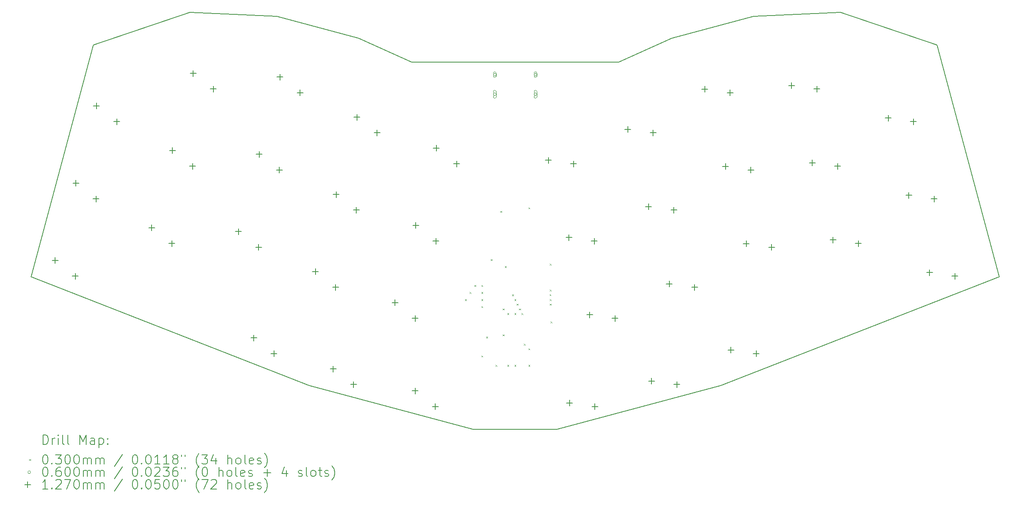
<source format=gbr>
%TF.GenerationSoftware,KiCad,Pcbnew,8.0.6+1*%
%TF.CreationDate,2024-11-03T11:28:58+01:00*%
%TF.ProjectId,keymini,6b65796d-696e-4692-9e6b-696361645f70,rev?*%
%TF.SameCoordinates,Original*%
%TF.FileFunction,Drillmap*%
%TF.FilePolarity,Positive*%
%FSLAX45Y45*%
G04 Gerber Fmt 4.5, Leading zero omitted, Abs format (unit mm)*
G04 Created by KiCad (PCBNEW 8.0.6+1) date 2024-11-03 11:28:58*
%MOMM*%
%LPD*%
G01*
G04 APERTURE LIST*
%ADD10C,0.200000*%
%ADD11C,0.100000*%
%ADD12C,0.127000*%
G04 APERTURE END LIST*
D10*
X9939290Y-2022820D02*
X8097100Y-1943320D01*
X25272100Y-7562770D02*
X23952150Y-2636560D01*
X21902900Y-1943320D02*
X20060710Y-2022820D01*
X15890636Y-10801230D02*
X19367970Y-9869480D01*
X23952150Y-2636560D02*
X21902900Y-1943320D01*
X11677960Y-2488700D02*
X9939290Y-2022820D01*
X4727900Y-7562770D02*
X10632030Y-9869480D01*
X8097100Y-1943320D02*
X6047850Y-2636560D01*
X17198130Y-3000000D02*
X12801870Y-3000000D01*
X6047850Y-2636560D02*
X4727900Y-7562770D01*
X10632030Y-9869480D02*
X14109364Y-10801230D01*
X18322040Y-2488700D02*
X17198130Y-3000000D01*
X14109364Y-10801230D02*
X15890636Y-10801230D01*
X20060710Y-2022820D02*
X18322040Y-2488700D01*
X19367970Y-9869480D02*
X25272100Y-7562770D01*
X12801870Y-3000000D02*
X11677960Y-2488700D01*
D11*
X13935000Y-8035000D02*
X13965000Y-8065000D01*
X13965000Y-8035000D02*
X13935000Y-8065000D01*
X14035000Y-7885000D02*
X14065000Y-7915000D01*
X14065000Y-7885000D02*
X14035000Y-7915000D01*
X14135000Y-7735000D02*
X14165000Y-7765000D01*
X14165000Y-7735000D02*
X14135000Y-7765000D01*
X14285000Y-7735000D02*
X14315000Y-7765000D01*
X14315000Y-7735000D02*
X14285000Y-7765000D01*
X14285000Y-7885000D02*
X14315000Y-7915000D01*
X14315000Y-7885000D02*
X14285000Y-7915000D01*
X14285000Y-8035000D02*
X14315000Y-8065000D01*
X14315000Y-8035000D02*
X14285000Y-8065000D01*
X14285000Y-8185000D02*
X14315000Y-8215000D01*
X14315000Y-8185000D02*
X14285000Y-8215000D01*
X14285000Y-9235000D02*
X14315000Y-9265000D01*
X14315000Y-9235000D02*
X14285000Y-9265000D01*
X14385000Y-8835000D02*
X14415000Y-8865000D01*
X14415000Y-8835000D02*
X14385000Y-8865000D01*
X14485000Y-7185000D02*
X14515000Y-7215000D01*
X14515000Y-7185000D02*
X14485000Y-7215000D01*
X14585000Y-9435000D02*
X14615000Y-9465000D01*
X14615000Y-9435000D02*
X14585000Y-9465000D01*
X14685000Y-6160000D02*
X14715000Y-6190000D01*
X14715000Y-6160000D02*
X14685000Y-6190000D01*
X14735000Y-8235000D02*
X14765000Y-8265000D01*
X14765000Y-8235000D02*
X14735000Y-8265000D01*
X14735000Y-8785000D02*
X14765000Y-8815000D01*
X14765000Y-8785000D02*
X14735000Y-8815000D01*
X14785000Y-7335000D02*
X14815000Y-7365000D01*
X14815000Y-7335000D02*
X14785000Y-7365000D01*
X14835000Y-8335000D02*
X14865000Y-8365000D01*
X14865000Y-8335000D02*
X14835000Y-8365000D01*
X14835000Y-9435000D02*
X14865000Y-9465000D01*
X14865000Y-9435000D02*
X14835000Y-9465000D01*
X14935000Y-7935000D02*
X14965000Y-7965000D01*
X14965000Y-7935000D02*
X14935000Y-7965000D01*
X14985000Y-8035000D02*
X15015000Y-8065000D01*
X15015000Y-8035000D02*
X14985000Y-8065000D01*
X14985000Y-8335000D02*
X15015000Y-8365000D01*
X15015000Y-8335000D02*
X14985000Y-8365000D01*
X14985000Y-9435000D02*
X15015000Y-9465000D01*
X15015000Y-9435000D02*
X14985000Y-9465000D01*
X15035000Y-8135000D02*
X15065000Y-8165000D01*
X15065000Y-8135000D02*
X15035000Y-8165000D01*
X15085000Y-8235000D02*
X15115000Y-8265000D01*
X15115000Y-8235000D02*
X15085000Y-8265000D01*
X15135000Y-8335000D02*
X15165000Y-8365000D01*
X15165000Y-8335000D02*
X15135000Y-8365000D01*
X15185000Y-8985000D02*
X15215000Y-9015000D01*
X15215000Y-8985000D02*
X15185000Y-9015000D01*
X15282500Y-9082500D02*
X15312500Y-9112500D01*
X15312500Y-9082500D02*
X15282500Y-9112500D01*
X15285000Y-6085000D02*
X15315000Y-6115000D01*
X15315000Y-6085000D02*
X15285000Y-6115000D01*
X15285000Y-9435000D02*
X15315000Y-9465000D01*
X15315000Y-9435000D02*
X15285000Y-9465000D01*
X15733139Y-7933139D02*
X15763139Y-7963139D01*
X15763139Y-7933139D02*
X15733139Y-7963139D01*
X15735000Y-7285000D02*
X15765000Y-7315000D01*
X15765000Y-7285000D02*
X15735000Y-7315000D01*
X15735000Y-7835000D02*
X15765000Y-7865000D01*
X15765000Y-7835000D02*
X15735000Y-7865000D01*
X15735000Y-8035000D02*
X15765000Y-8065000D01*
X15765000Y-8035000D02*
X15735000Y-8065000D01*
X15735000Y-8135000D02*
X15765000Y-8165000D01*
X15765000Y-8135000D02*
X15735000Y-8165000D01*
X15751278Y-8510000D02*
X15781278Y-8540000D01*
X15781278Y-8510000D02*
X15751278Y-8540000D01*
X14598000Y-3262500D02*
G75*
G02*
X14538000Y-3262500I-30000J0D01*
G01*
X14538000Y-3262500D02*
G75*
G02*
X14598000Y-3262500I30000J0D01*
G01*
X14598000Y-3292500D02*
X14598000Y-3232500D01*
X14538000Y-3232500D02*
G75*
G02*
X14598000Y-3232500I30000J0D01*
G01*
X14538000Y-3232500D02*
X14538000Y-3292500D01*
X14538000Y-3292500D02*
G75*
G03*
X14598000Y-3292500I30000J0D01*
G01*
X14598000Y-3680500D02*
G75*
G02*
X14538000Y-3680500I-30000J0D01*
G01*
X14538000Y-3680500D02*
G75*
G02*
X14598000Y-3680500I30000J0D01*
G01*
X14598000Y-3735500D02*
X14598000Y-3625500D01*
X14538000Y-3625500D02*
G75*
G02*
X14598000Y-3625500I30000J0D01*
G01*
X14538000Y-3625500D02*
X14538000Y-3735500D01*
X14538000Y-3735500D02*
G75*
G03*
X14598000Y-3735500I30000J0D01*
G01*
X15462000Y-3262500D02*
G75*
G02*
X15402000Y-3262500I-30000J0D01*
G01*
X15402000Y-3262500D02*
G75*
G02*
X15462000Y-3262500I30000J0D01*
G01*
X15462000Y-3292500D02*
X15462000Y-3232500D01*
X15402000Y-3232500D02*
G75*
G02*
X15462000Y-3232500I30000J0D01*
G01*
X15402000Y-3232500D02*
X15402000Y-3292500D01*
X15402000Y-3292500D02*
G75*
G03*
X15462000Y-3292500I30000J0D01*
G01*
X15462000Y-3680500D02*
G75*
G02*
X15402000Y-3680500I-30000J0D01*
G01*
X15402000Y-3680500D02*
G75*
G02*
X15462000Y-3680500I30000J0D01*
G01*
X15462000Y-3735500D02*
X15462000Y-3625500D01*
X15402000Y-3625500D02*
G75*
G02*
X15462000Y-3625500I30000J0D01*
G01*
X15402000Y-3625500D02*
X15402000Y-3735500D01*
X15402000Y-3735500D02*
G75*
G03*
X15462000Y-3735500I30000J0D01*
G01*
D12*
X5235886Y-7148842D02*
X5235886Y-7275842D01*
X5172386Y-7212342D02*
X5299386Y-7212342D01*
X5664497Y-7481096D02*
X5664497Y-7608096D01*
X5600997Y-7544596D02*
X5727997Y-7544596D01*
X5675886Y-5506742D02*
X5675886Y-5633742D01*
X5612386Y-5570242D02*
X5739386Y-5570242D01*
X6104497Y-5838996D02*
X6104497Y-5965996D01*
X6040997Y-5902496D02*
X6167997Y-5902496D01*
X6115886Y-3864642D02*
X6115886Y-3991642D01*
X6052386Y-3928142D02*
X6179386Y-3928142D01*
X6544497Y-4196896D02*
X6544497Y-4323896D01*
X6480997Y-4260396D02*
X6607997Y-4260396D01*
X7285186Y-6455542D02*
X7285186Y-6582542D01*
X7221686Y-6519042D02*
X7348686Y-6519042D01*
X7713797Y-6787796D02*
X7713797Y-6914796D01*
X7650297Y-6851296D02*
X7777297Y-6851296D01*
X7725086Y-4813542D02*
X7725086Y-4940542D01*
X7661586Y-4877042D02*
X7788586Y-4877042D01*
X8153697Y-5145796D02*
X8153697Y-5272796D01*
X8090197Y-5209296D02*
X8217197Y-5209296D01*
X8165086Y-3171442D02*
X8165086Y-3298442D01*
X8101586Y-3234942D02*
X8228586Y-3234942D01*
X8593697Y-3503696D02*
X8593697Y-3630696D01*
X8530197Y-3567196D02*
X8657197Y-3567196D01*
X9127286Y-6535042D02*
X9127286Y-6662042D01*
X9063786Y-6598542D02*
X9190786Y-6598542D01*
X9453186Y-8796442D02*
X9453186Y-8923442D01*
X9389686Y-8859942D02*
X9516686Y-8859942D01*
X9555897Y-6867296D02*
X9555897Y-6994296D01*
X9492397Y-6930796D02*
X9619397Y-6930796D01*
X9567286Y-4893042D02*
X9567286Y-5020042D01*
X9503786Y-4956542D02*
X9630786Y-4956542D01*
X9881797Y-9128696D02*
X9881797Y-9255696D01*
X9818297Y-9192196D02*
X9945297Y-9192196D01*
X9995897Y-5225296D02*
X9995897Y-5352296D01*
X9932397Y-5288796D02*
X10059397Y-5288796D01*
X10007286Y-3250942D02*
X10007286Y-3377942D01*
X9943786Y-3314442D02*
X10070786Y-3314442D01*
X10435897Y-3583196D02*
X10435897Y-3710196D01*
X10372397Y-3646696D02*
X10499397Y-3646696D01*
X10762486Y-7387342D02*
X10762486Y-7514342D01*
X10698986Y-7450842D02*
X10825986Y-7450842D01*
X11140086Y-9455542D02*
X11140086Y-9582542D01*
X11076586Y-9519042D02*
X11203586Y-9519042D01*
X11191097Y-7719596D02*
X11191097Y-7846596D01*
X11127597Y-7783096D02*
X11254597Y-7783096D01*
X11202486Y-5745242D02*
X11202486Y-5872242D01*
X11138986Y-5808742D02*
X11265986Y-5808742D01*
X11568697Y-9787796D02*
X11568697Y-9914796D01*
X11505197Y-9851296D02*
X11632197Y-9851296D01*
X11631097Y-6077496D02*
X11631097Y-6204496D01*
X11567597Y-6140996D02*
X11694597Y-6140996D01*
X11642486Y-4103142D02*
X11642486Y-4230142D01*
X11578986Y-4166642D02*
X11705986Y-4166642D01*
X12071097Y-4435396D02*
X12071097Y-4562396D01*
X12007597Y-4498896D02*
X12134597Y-4498896D01*
X12449386Y-8046342D02*
X12449386Y-8173342D01*
X12385886Y-8109842D02*
X12512886Y-8109842D01*
X12877997Y-8378596D02*
X12877997Y-8505596D01*
X12814497Y-8442096D02*
X12941497Y-8442096D01*
X12878686Y-9921442D02*
X12878686Y-10048442D01*
X12815186Y-9984942D02*
X12942186Y-9984942D01*
X12889386Y-6404342D02*
X12889386Y-6531342D01*
X12825886Y-6467842D02*
X12952886Y-6467842D01*
X13307297Y-10253696D02*
X13307297Y-10380696D01*
X13243797Y-10317196D02*
X13370797Y-10317196D01*
X13317997Y-6736596D02*
X13317997Y-6863596D01*
X13254497Y-6800096D02*
X13381497Y-6800096D01*
X13329386Y-4762242D02*
X13329386Y-4889242D01*
X13265886Y-4825742D02*
X13392886Y-4825742D01*
X13757997Y-5094496D02*
X13757997Y-5221496D01*
X13694497Y-5157996D02*
X13821497Y-5157996D01*
X15704688Y-5021061D02*
X15704688Y-5148061D01*
X15641188Y-5084561D02*
X15768188Y-5084561D01*
X16144688Y-6663161D02*
X16144688Y-6790161D01*
X16081188Y-6726661D02*
X16208188Y-6726661D01*
X16155388Y-10180261D02*
X16155388Y-10307261D01*
X16091888Y-10243761D02*
X16218888Y-10243761D01*
X16242003Y-5094496D02*
X16242003Y-5221496D01*
X16178503Y-5157996D02*
X16305503Y-5157996D01*
X16584688Y-8305161D02*
X16584688Y-8432161D01*
X16521188Y-8368661D02*
X16648188Y-8368661D01*
X16682003Y-6736596D02*
X16682003Y-6863596D01*
X16618503Y-6800096D02*
X16745503Y-6800096D01*
X16692703Y-10253696D02*
X16692703Y-10380696D01*
X16629203Y-10317196D02*
X16756203Y-10317196D01*
X17122003Y-8378596D02*
X17122003Y-8505596D01*
X17058503Y-8442096D02*
X17185503Y-8442096D01*
X17391588Y-4361961D02*
X17391588Y-4488961D01*
X17328088Y-4425461D02*
X17455088Y-4425461D01*
X17831588Y-6004061D02*
X17831588Y-6131061D01*
X17768088Y-6067561D02*
X17895088Y-6067561D01*
X17893988Y-9714361D02*
X17893988Y-9841361D01*
X17830488Y-9777861D02*
X17957488Y-9777861D01*
X17928903Y-4435396D02*
X17928903Y-4562396D01*
X17865403Y-4498896D02*
X17992403Y-4498896D01*
X18271588Y-7646161D02*
X18271588Y-7773161D01*
X18208088Y-7709661D02*
X18335088Y-7709661D01*
X18368903Y-6077496D02*
X18368903Y-6204496D01*
X18305403Y-6140996D02*
X18432403Y-6140996D01*
X18431303Y-9787796D02*
X18431303Y-9914796D01*
X18367803Y-9851296D02*
X18494803Y-9851296D01*
X18808903Y-7719596D02*
X18808903Y-7846596D01*
X18745403Y-7783096D02*
X18872403Y-7783096D01*
X19026788Y-3509761D02*
X19026788Y-3636761D01*
X18963288Y-3573261D02*
X19090288Y-3573261D01*
X19466788Y-5151861D02*
X19466788Y-5278861D01*
X19403288Y-5215361D02*
X19530288Y-5215361D01*
X19564103Y-3583196D02*
X19564103Y-3710196D01*
X19500603Y-3646696D02*
X19627603Y-3646696D01*
X19580888Y-9055261D02*
X19580888Y-9182261D01*
X19517388Y-9118761D02*
X19644388Y-9118761D01*
X19906788Y-6793861D02*
X19906788Y-6920861D01*
X19843288Y-6857361D02*
X19970288Y-6857361D01*
X20004103Y-5225296D02*
X20004103Y-5352296D01*
X19940603Y-5288796D02*
X20067603Y-5288796D01*
X20118203Y-9128696D02*
X20118203Y-9255696D01*
X20054703Y-9192196D02*
X20181703Y-9192196D01*
X20444103Y-6867296D02*
X20444103Y-6994296D01*
X20380603Y-6930796D02*
X20507603Y-6930796D01*
X20868988Y-3430261D02*
X20868988Y-3557261D01*
X20805488Y-3493761D02*
X20932488Y-3493761D01*
X21308988Y-5072361D02*
X21308988Y-5199361D01*
X21245488Y-5135861D02*
X21372488Y-5135861D01*
X21406303Y-3503696D02*
X21406303Y-3630696D01*
X21342803Y-3567196D02*
X21469803Y-3567196D01*
X21748988Y-6714361D02*
X21748988Y-6841361D01*
X21685488Y-6777861D02*
X21812488Y-6777861D01*
X21846303Y-5145796D02*
X21846303Y-5272796D01*
X21782803Y-5209296D02*
X21909803Y-5209296D01*
X22286303Y-6787796D02*
X22286303Y-6914796D01*
X22222803Y-6851296D02*
X22349803Y-6851296D01*
X22918188Y-4123461D02*
X22918188Y-4250461D01*
X22854688Y-4186961D02*
X22981688Y-4186961D01*
X23358188Y-5765561D02*
X23358188Y-5892561D01*
X23294688Y-5829061D02*
X23421688Y-5829061D01*
X23455503Y-4196896D02*
X23455503Y-4323896D01*
X23392003Y-4260396D02*
X23519003Y-4260396D01*
X23798188Y-7407661D02*
X23798188Y-7534661D01*
X23734688Y-7471161D02*
X23861688Y-7471161D01*
X23895503Y-5838996D02*
X23895503Y-5965996D01*
X23832003Y-5902496D02*
X23959003Y-5902496D01*
X24335503Y-7481096D02*
X24335503Y-7608096D01*
X24272003Y-7544596D02*
X24399003Y-7544596D01*
D10*
X4978677Y-11122714D02*
X4978677Y-10922714D01*
X4978677Y-10922714D02*
X5026296Y-10922714D01*
X5026296Y-10922714D02*
X5054867Y-10932238D01*
X5054867Y-10932238D02*
X5073915Y-10951285D01*
X5073915Y-10951285D02*
X5083439Y-10970333D01*
X5083439Y-10970333D02*
X5092963Y-11008428D01*
X5092963Y-11008428D02*
X5092963Y-11037000D01*
X5092963Y-11037000D02*
X5083439Y-11075095D01*
X5083439Y-11075095D02*
X5073915Y-11094142D01*
X5073915Y-11094142D02*
X5054867Y-11113190D01*
X5054867Y-11113190D02*
X5026296Y-11122714D01*
X5026296Y-11122714D02*
X4978677Y-11122714D01*
X5178677Y-11122714D02*
X5178677Y-10989380D01*
X5178677Y-11027476D02*
X5188201Y-11008428D01*
X5188201Y-11008428D02*
X5197724Y-10998904D01*
X5197724Y-10998904D02*
X5216772Y-10989380D01*
X5216772Y-10989380D02*
X5235820Y-10989380D01*
X5302486Y-11122714D02*
X5302486Y-10989380D01*
X5302486Y-10922714D02*
X5292963Y-10932238D01*
X5292963Y-10932238D02*
X5302486Y-10941761D01*
X5302486Y-10941761D02*
X5312010Y-10932238D01*
X5312010Y-10932238D02*
X5302486Y-10922714D01*
X5302486Y-10922714D02*
X5302486Y-10941761D01*
X5426296Y-11122714D02*
X5407248Y-11113190D01*
X5407248Y-11113190D02*
X5397724Y-11094142D01*
X5397724Y-11094142D02*
X5397724Y-10922714D01*
X5531058Y-11122714D02*
X5512010Y-11113190D01*
X5512010Y-11113190D02*
X5502486Y-11094142D01*
X5502486Y-11094142D02*
X5502486Y-10922714D01*
X5759629Y-11122714D02*
X5759629Y-10922714D01*
X5759629Y-10922714D02*
X5826296Y-11065571D01*
X5826296Y-11065571D02*
X5892962Y-10922714D01*
X5892962Y-10922714D02*
X5892962Y-11122714D01*
X6073915Y-11122714D02*
X6073915Y-11017952D01*
X6073915Y-11017952D02*
X6064391Y-10998904D01*
X6064391Y-10998904D02*
X6045343Y-10989380D01*
X6045343Y-10989380D02*
X6007248Y-10989380D01*
X6007248Y-10989380D02*
X5988201Y-10998904D01*
X6073915Y-11113190D02*
X6054867Y-11122714D01*
X6054867Y-11122714D02*
X6007248Y-11122714D01*
X6007248Y-11122714D02*
X5988201Y-11113190D01*
X5988201Y-11113190D02*
X5978677Y-11094142D01*
X5978677Y-11094142D02*
X5978677Y-11075095D01*
X5978677Y-11075095D02*
X5988201Y-11056047D01*
X5988201Y-11056047D02*
X6007248Y-11046523D01*
X6007248Y-11046523D02*
X6054867Y-11046523D01*
X6054867Y-11046523D02*
X6073915Y-11037000D01*
X6169153Y-10989380D02*
X6169153Y-11189380D01*
X6169153Y-10998904D02*
X6188201Y-10989380D01*
X6188201Y-10989380D02*
X6226296Y-10989380D01*
X6226296Y-10989380D02*
X6245343Y-10998904D01*
X6245343Y-10998904D02*
X6254867Y-11008428D01*
X6254867Y-11008428D02*
X6264391Y-11027476D01*
X6264391Y-11027476D02*
X6264391Y-11084619D01*
X6264391Y-11084619D02*
X6254867Y-11103666D01*
X6254867Y-11103666D02*
X6245343Y-11113190D01*
X6245343Y-11113190D02*
X6226296Y-11122714D01*
X6226296Y-11122714D02*
X6188201Y-11122714D01*
X6188201Y-11122714D02*
X6169153Y-11113190D01*
X6350105Y-11103666D02*
X6359629Y-11113190D01*
X6359629Y-11113190D02*
X6350105Y-11122714D01*
X6350105Y-11122714D02*
X6340582Y-11113190D01*
X6340582Y-11113190D02*
X6350105Y-11103666D01*
X6350105Y-11103666D02*
X6350105Y-11122714D01*
X6350105Y-10998904D02*
X6359629Y-11008428D01*
X6359629Y-11008428D02*
X6350105Y-11017952D01*
X6350105Y-11017952D02*
X6340582Y-11008428D01*
X6340582Y-11008428D02*
X6350105Y-10998904D01*
X6350105Y-10998904D02*
X6350105Y-11017952D01*
D11*
X4687900Y-11436230D02*
X4717900Y-11466230D01*
X4717900Y-11436230D02*
X4687900Y-11466230D01*
D10*
X5016772Y-11342714D02*
X5035820Y-11342714D01*
X5035820Y-11342714D02*
X5054867Y-11352238D01*
X5054867Y-11352238D02*
X5064391Y-11361761D01*
X5064391Y-11361761D02*
X5073915Y-11380809D01*
X5073915Y-11380809D02*
X5083439Y-11418904D01*
X5083439Y-11418904D02*
X5083439Y-11466523D01*
X5083439Y-11466523D02*
X5073915Y-11504618D01*
X5073915Y-11504618D02*
X5064391Y-11523666D01*
X5064391Y-11523666D02*
X5054867Y-11533190D01*
X5054867Y-11533190D02*
X5035820Y-11542714D01*
X5035820Y-11542714D02*
X5016772Y-11542714D01*
X5016772Y-11542714D02*
X4997724Y-11533190D01*
X4997724Y-11533190D02*
X4988201Y-11523666D01*
X4988201Y-11523666D02*
X4978677Y-11504618D01*
X4978677Y-11504618D02*
X4969153Y-11466523D01*
X4969153Y-11466523D02*
X4969153Y-11418904D01*
X4969153Y-11418904D02*
X4978677Y-11380809D01*
X4978677Y-11380809D02*
X4988201Y-11361761D01*
X4988201Y-11361761D02*
X4997724Y-11352238D01*
X4997724Y-11352238D02*
X5016772Y-11342714D01*
X5169153Y-11523666D02*
X5178677Y-11533190D01*
X5178677Y-11533190D02*
X5169153Y-11542714D01*
X5169153Y-11542714D02*
X5159629Y-11533190D01*
X5159629Y-11533190D02*
X5169153Y-11523666D01*
X5169153Y-11523666D02*
X5169153Y-11542714D01*
X5245344Y-11342714D02*
X5369153Y-11342714D01*
X5369153Y-11342714D02*
X5302486Y-11418904D01*
X5302486Y-11418904D02*
X5331058Y-11418904D01*
X5331058Y-11418904D02*
X5350105Y-11428428D01*
X5350105Y-11428428D02*
X5359629Y-11437952D01*
X5359629Y-11437952D02*
X5369153Y-11456999D01*
X5369153Y-11456999D02*
X5369153Y-11504618D01*
X5369153Y-11504618D02*
X5359629Y-11523666D01*
X5359629Y-11523666D02*
X5350105Y-11533190D01*
X5350105Y-11533190D02*
X5331058Y-11542714D01*
X5331058Y-11542714D02*
X5273915Y-11542714D01*
X5273915Y-11542714D02*
X5254867Y-11533190D01*
X5254867Y-11533190D02*
X5245344Y-11523666D01*
X5492963Y-11342714D02*
X5512010Y-11342714D01*
X5512010Y-11342714D02*
X5531058Y-11352238D01*
X5531058Y-11352238D02*
X5540582Y-11361761D01*
X5540582Y-11361761D02*
X5550105Y-11380809D01*
X5550105Y-11380809D02*
X5559629Y-11418904D01*
X5559629Y-11418904D02*
X5559629Y-11466523D01*
X5559629Y-11466523D02*
X5550105Y-11504618D01*
X5550105Y-11504618D02*
X5540582Y-11523666D01*
X5540582Y-11523666D02*
X5531058Y-11533190D01*
X5531058Y-11533190D02*
X5512010Y-11542714D01*
X5512010Y-11542714D02*
X5492963Y-11542714D01*
X5492963Y-11542714D02*
X5473915Y-11533190D01*
X5473915Y-11533190D02*
X5464391Y-11523666D01*
X5464391Y-11523666D02*
X5454867Y-11504618D01*
X5454867Y-11504618D02*
X5445344Y-11466523D01*
X5445344Y-11466523D02*
X5445344Y-11418904D01*
X5445344Y-11418904D02*
X5454867Y-11380809D01*
X5454867Y-11380809D02*
X5464391Y-11361761D01*
X5464391Y-11361761D02*
X5473915Y-11352238D01*
X5473915Y-11352238D02*
X5492963Y-11342714D01*
X5683439Y-11342714D02*
X5702486Y-11342714D01*
X5702486Y-11342714D02*
X5721534Y-11352238D01*
X5721534Y-11352238D02*
X5731058Y-11361761D01*
X5731058Y-11361761D02*
X5740582Y-11380809D01*
X5740582Y-11380809D02*
X5750105Y-11418904D01*
X5750105Y-11418904D02*
X5750105Y-11466523D01*
X5750105Y-11466523D02*
X5740582Y-11504618D01*
X5740582Y-11504618D02*
X5731058Y-11523666D01*
X5731058Y-11523666D02*
X5721534Y-11533190D01*
X5721534Y-11533190D02*
X5702486Y-11542714D01*
X5702486Y-11542714D02*
X5683439Y-11542714D01*
X5683439Y-11542714D02*
X5664391Y-11533190D01*
X5664391Y-11533190D02*
X5654867Y-11523666D01*
X5654867Y-11523666D02*
X5645343Y-11504618D01*
X5645343Y-11504618D02*
X5635820Y-11466523D01*
X5635820Y-11466523D02*
X5635820Y-11418904D01*
X5635820Y-11418904D02*
X5645343Y-11380809D01*
X5645343Y-11380809D02*
X5654867Y-11361761D01*
X5654867Y-11361761D02*
X5664391Y-11352238D01*
X5664391Y-11352238D02*
X5683439Y-11342714D01*
X5835820Y-11542714D02*
X5835820Y-11409380D01*
X5835820Y-11428428D02*
X5845343Y-11418904D01*
X5845343Y-11418904D02*
X5864391Y-11409380D01*
X5864391Y-11409380D02*
X5892963Y-11409380D01*
X5892963Y-11409380D02*
X5912010Y-11418904D01*
X5912010Y-11418904D02*
X5921534Y-11437952D01*
X5921534Y-11437952D02*
X5921534Y-11542714D01*
X5921534Y-11437952D02*
X5931058Y-11418904D01*
X5931058Y-11418904D02*
X5950105Y-11409380D01*
X5950105Y-11409380D02*
X5978677Y-11409380D01*
X5978677Y-11409380D02*
X5997724Y-11418904D01*
X5997724Y-11418904D02*
X6007248Y-11437952D01*
X6007248Y-11437952D02*
X6007248Y-11542714D01*
X6102486Y-11542714D02*
X6102486Y-11409380D01*
X6102486Y-11428428D02*
X6112010Y-11418904D01*
X6112010Y-11418904D02*
X6131058Y-11409380D01*
X6131058Y-11409380D02*
X6159629Y-11409380D01*
X6159629Y-11409380D02*
X6178677Y-11418904D01*
X6178677Y-11418904D02*
X6188201Y-11437952D01*
X6188201Y-11437952D02*
X6188201Y-11542714D01*
X6188201Y-11437952D02*
X6197724Y-11418904D01*
X6197724Y-11418904D02*
X6216772Y-11409380D01*
X6216772Y-11409380D02*
X6245343Y-11409380D01*
X6245343Y-11409380D02*
X6264391Y-11418904D01*
X6264391Y-11418904D02*
X6273915Y-11437952D01*
X6273915Y-11437952D02*
X6273915Y-11542714D01*
X6664391Y-11333190D02*
X6492963Y-11590333D01*
X6921534Y-11342714D02*
X6940582Y-11342714D01*
X6940582Y-11342714D02*
X6959629Y-11352238D01*
X6959629Y-11352238D02*
X6969153Y-11361761D01*
X6969153Y-11361761D02*
X6978677Y-11380809D01*
X6978677Y-11380809D02*
X6988201Y-11418904D01*
X6988201Y-11418904D02*
X6988201Y-11466523D01*
X6988201Y-11466523D02*
X6978677Y-11504618D01*
X6978677Y-11504618D02*
X6969153Y-11523666D01*
X6969153Y-11523666D02*
X6959629Y-11533190D01*
X6959629Y-11533190D02*
X6940582Y-11542714D01*
X6940582Y-11542714D02*
X6921534Y-11542714D01*
X6921534Y-11542714D02*
X6902486Y-11533190D01*
X6902486Y-11533190D02*
X6892963Y-11523666D01*
X6892963Y-11523666D02*
X6883439Y-11504618D01*
X6883439Y-11504618D02*
X6873915Y-11466523D01*
X6873915Y-11466523D02*
X6873915Y-11418904D01*
X6873915Y-11418904D02*
X6883439Y-11380809D01*
X6883439Y-11380809D02*
X6892963Y-11361761D01*
X6892963Y-11361761D02*
X6902486Y-11352238D01*
X6902486Y-11352238D02*
X6921534Y-11342714D01*
X7073915Y-11523666D02*
X7083439Y-11533190D01*
X7083439Y-11533190D02*
X7073915Y-11542714D01*
X7073915Y-11542714D02*
X7064391Y-11533190D01*
X7064391Y-11533190D02*
X7073915Y-11523666D01*
X7073915Y-11523666D02*
X7073915Y-11542714D01*
X7207248Y-11342714D02*
X7226296Y-11342714D01*
X7226296Y-11342714D02*
X7245344Y-11352238D01*
X7245344Y-11352238D02*
X7254867Y-11361761D01*
X7254867Y-11361761D02*
X7264391Y-11380809D01*
X7264391Y-11380809D02*
X7273915Y-11418904D01*
X7273915Y-11418904D02*
X7273915Y-11466523D01*
X7273915Y-11466523D02*
X7264391Y-11504618D01*
X7264391Y-11504618D02*
X7254867Y-11523666D01*
X7254867Y-11523666D02*
X7245344Y-11533190D01*
X7245344Y-11533190D02*
X7226296Y-11542714D01*
X7226296Y-11542714D02*
X7207248Y-11542714D01*
X7207248Y-11542714D02*
X7188201Y-11533190D01*
X7188201Y-11533190D02*
X7178677Y-11523666D01*
X7178677Y-11523666D02*
X7169153Y-11504618D01*
X7169153Y-11504618D02*
X7159629Y-11466523D01*
X7159629Y-11466523D02*
X7159629Y-11418904D01*
X7159629Y-11418904D02*
X7169153Y-11380809D01*
X7169153Y-11380809D02*
X7178677Y-11361761D01*
X7178677Y-11361761D02*
X7188201Y-11352238D01*
X7188201Y-11352238D02*
X7207248Y-11342714D01*
X7464391Y-11542714D02*
X7350106Y-11542714D01*
X7407248Y-11542714D02*
X7407248Y-11342714D01*
X7407248Y-11342714D02*
X7388201Y-11371285D01*
X7388201Y-11371285D02*
X7369153Y-11390333D01*
X7369153Y-11390333D02*
X7350106Y-11399857D01*
X7654867Y-11542714D02*
X7540582Y-11542714D01*
X7597725Y-11542714D02*
X7597725Y-11342714D01*
X7597725Y-11342714D02*
X7578677Y-11371285D01*
X7578677Y-11371285D02*
X7559629Y-11390333D01*
X7559629Y-11390333D02*
X7540582Y-11399857D01*
X7769153Y-11428428D02*
X7750106Y-11418904D01*
X7750106Y-11418904D02*
X7740582Y-11409380D01*
X7740582Y-11409380D02*
X7731058Y-11390333D01*
X7731058Y-11390333D02*
X7731058Y-11380809D01*
X7731058Y-11380809D02*
X7740582Y-11361761D01*
X7740582Y-11361761D02*
X7750106Y-11352238D01*
X7750106Y-11352238D02*
X7769153Y-11342714D01*
X7769153Y-11342714D02*
X7807248Y-11342714D01*
X7807248Y-11342714D02*
X7826296Y-11352238D01*
X7826296Y-11352238D02*
X7835820Y-11361761D01*
X7835820Y-11361761D02*
X7845344Y-11380809D01*
X7845344Y-11380809D02*
X7845344Y-11390333D01*
X7845344Y-11390333D02*
X7835820Y-11409380D01*
X7835820Y-11409380D02*
X7826296Y-11418904D01*
X7826296Y-11418904D02*
X7807248Y-11428428D01*
X7807248Y-11428428D02*
X7769153Y-11428428D01*
X7769153Y-11428428D02*
X7750106Y-11437952D01*
X7750106Y-11437952D02*
X7740582Y-11447476D01*
X7740582Y-11447476D02*
X7731058Y-11466523D01*
X7731058Y-11466523D02*
X7731058Y-11504618D01*
X7731058Y-11504618D02*
X7740582Y-11523666D01*
X7740582Y-11523666D02*
X7750106Y-11533190D01*
X7750106Y-11533190D02*
X7769153Y-11542714D01*
X7769153Y-11542714D02*
X7807248Y-11542714D01*
X7807248Y-11542714D02*
X7826296Y-11533190D01*
X7826296Y-11533190D02*
X7835820Y-11523666D01*
X7835820Y-11523666D02*
X7845344Y-11504618D01*
X7845344Y-11504618D02*
X7845344Y-11466523D01*
X7845344Y-11466523D02*
X7835820Y-11447476D01*
X7835820Y-11447476D02*
X7826296Y-11437952D01*
X7826296Y-11437952D02*
X7807248Y-11428428D01*
X7921534Y-11342714D02*
X7921534Y-11380809D01*
X7997725Y-11342714D02*
X7997725Y-11380809D01*
X8292963Y-11618904D02*
X8283439Y-11609380D01*
X8283439Y-11609380D02*
X8264391Y-11580809D01*
X8264391Y-11580809D02*
X8254868Y-11561761D01*
X8254868Y-11561761D02*
X8245344Y-11533190D01*
X8245344Y-11533190D02*
X8235820Y-11485571D01*
X8235820Y-11485571D02*
X8235820Y-11447476D01*
X8235820Y-11447476D02*
X8245344Y-11399857D01*
X8245344Y-11399857D02*
X8254868Y-11371285D01*
X8254868Y-11371285D02*
X8264391Y-11352238D01*
X8264391Y-11352238D02*
X8283439Y-11323666D01*
X8283439Y-11323666D02*
X8292963Y-11314142D01*
X8350106Y-11342714D02*
X8473915Y-11342714D01*
X8473915Y-11342714D02*
X8407249Y-11418904D01*
X8407249Y-11418904D02*
X8435820Y-11418904D01*
X8435820Y-11418904D02*
X8454868Y-11428428D01*
X8454868Y-11428428D02*
X8464391Y-11437952D01*
X8464391Y-11437952D02*
X8473915Y-11456999D01*
X8473915Y-11456999D02*
X8473915Y-11504618D01*
X8473915Y-11504618D02*
X8464391Y-11523666D01*
X8464391Y-11523666D02*
X8454868Y-11533190D01*
X8454868Y-11533190D02*
X8435820Y-11542714D01*
X8435820Y-11542714D02*
X8378677Y-11542714D01*
X8378677Y-11542714D02*
X8359629Y-11533190D01*
X8359629Y-11533190D02*
X8350106Y-11523666D01*
X8645344Y-11409380D02*
X8645344Y-11542714D01*
X8597725Y-11333190D02*
X8550106Y-11476047D01*
X8550106Y-11476047D02*
X8673915Y-11476047D01*
X8902487Y-11542714D02*
X8902487Y-11342714D01*
X8988201Y-11542714D02*
X8988201Y-11437952D01*
X8988201Y-11437952D02*
X8978677Y-11418904D01*
X8978677Y-11418904D02*
X8959630Y-11409380D01*
X8959630Y-11409380D02*
X8931058Y-11409380D01*
X8931058Y-11409380D02*
X8912011Y-11418904D01*
X8912011Y-11418904D02*
X8902487Y-11428428D01*
X9112011Y-11542714D02*
X9092963Y-11533190D01*
X9092963Y-11533190D02*
X9083439Y-11523666D01*
X9083439Y-11523666D02*
X9073915Y-11504618D01*
X9073915Y-11504618D02*
X9073915Y-11447476D01*
X9073915Y-11447476D02*
X9083439Y-11428428D01*
X9083439Y-11428428D02*
X9092963Y-11418904D01*
X9092963Y-11418904D02*
X9112011Y-11409380D01*
X9112011Y-11409380D02*
X9140582Y-11409380D01*
X9140582Y-11409380D02*
X9159630Y-11418904D01*
X9159630Y-11418904D02*
X9169153Y-11428428D01*
X9169153Y-11428428D02*
X9178677Y-11447476D01*
X9178677Y-11447476D02*
X9178677Y-11504618D01*
X9178677Y-11504618D02*
X9169153Y-11523666D01*
X9169153Y-11523666D02*
X9159630Y-11533190D01*
X9159630Y-11533190D02*
X9140582Y-11542714D01*
X9140582Y-11542714D02*
X9112011Y-11542714D01*
X9292963Y-11542714D02*
X9273915Y-11533190D01*
X9273915Y-11533190D02*
X9264392Y-11514142D01*
X9264392Y-11514142D02*
X9264392Y-11342714D01*
X9445344Y-11533190D02*
X9426296Y-11542714D01*
X9426296Y-11542714D02*
X9388201Y-11542714D01*
X9388201Y-11542714D02*
X9369153Y-11533190D01*
X9369153Y-11533190D02*
X9359630Y-11514142D01*
X9359630Y-11514142D02*
X9359630Y-11437952D01*
X9359630Y-11437952D02*
X9369153Y-11418904D01*
X9369153Y-11418904D02*
X9388201Y-11409380D01*
X9388201Y-11409380D02*
X9426296Y-11409380D01*
X9426296Y-11409380D02*
X9445344Y-11418904D01*
X9445344Y-11418904D02*
X9454868Y-11437952D01*
X9454868Y-11437952D02*
X9454868Y-11456999D01*
X9454868Y-11456999D02*
X9359630Y-11476047D01*
X9531058Y-11533190D02*
X9550106Y-11542714D01*
X9550106Y-11542714D02*
X9588201Y-11542714D01*
X9588201Y-11542714D02*
X9607249Y-11533190D01*
X9607249Y-11533190D02*
X9616773Y-11514142D01*
X9616773Y-11514142D02*
X9616773Y-11504618D01*
X9616773Y-11504618D02*
X9607249Y-11485571D01*
X9607249Y-11485571D02*
X9588201Y-11476047D01*
X9588201Y-11476047D02*
X9559630Y-11476047D01*
X9559630Y-11476047D02*
X9540582Y-11466523D01*
X9540582Y-11466523D02*
X9531058Y-11447476D01*
X9531058Y-11447476D02*
X9531058Y-11437952D01*
X9531058Y-11437952D02*
X9540582Y-11418904D01*
X9540582Y-11418904D02*
X9559630Y-11409380D01*
X9559630Y-11409380D02*
X9588201Y-11409380D01*
X9588201Y-11409380D02*
X9607249Y-11418904D01*
X9683439Y-11618904D02*
X9692963Y-11609380D01*
X9692963Y-11609380D02*
X9712011Y-11580809D01*
X9712011Y-11580809D02*
X9721534Y-11561761D01*
X9721534Y-11561761D02*
X9731058Y-11533190D01*
X9731058Y-11533190D02*
X9740582Y-11485571D01*
X9740582Y-11485571D02*
X9740582Y-11447476D01*
X9740582Y-11447476D02*
X9731058Y-11399857D01*
X9731058Y-11399857D02*
X9721534Y-11371285D01*
X9721534Y-11371285D02*
X9712011Y-11352238D01*
X9712011Y-11352238D02*
X9692963Y-11323666D01*
X9692963Y-11323666D02*
X9683439Y-11314142D01*
D11*
X4717900Y-11715230D02*
G75*
G02*
X4657900Y-11715230I-30000J0D01*
G01*
X4657900Y-11715230D02*
G75*
G02*
X4717900Y-11715230I30000J0D01*
G01*
D10*
X5016772Y-11606714D02*
X5035820Y-11606714D01*
X5035820Y-11606714D02*
X5054867Y-11616238D01*
X5054867Y-11616238D02*
X5064391Y-11625761D01*
X5064391Y-11625761D02*
X5073915Y-11644809D01*
X5073915Y-11644809D02*
X5083439Y-11682904D01*
X5083439Y-11682904D02*
X5083439Y-11730523D01*
X5083439Y-11730523D02*
X5073915Y-11768618D01*
X5073915Y-11768618D02*
X5064391Y-11787666D01*
X5064391Y-11787666D02*
X5054867Y-11797190D01*
X5054867Y-11797190D02*
X5035820Y-11806714D01*
X5035820Y-11806714D02*
X5016772Y-11806714D01*
X5016772Y-11806714D02*
X4997724Y-11797190D01*
X4997724Y-11797190D02*
X4988201Y-11787666D01*
X4988201Y-11787666D02*
X4978677Y-11768618D01*
X4978677Y-11768618D02*
X4969153Y-11730523D01*
X4969153Y-11730523D02*
X4969153Y-11682904D01*
X4969153Y-11682904D02*
X4978677Y-11644809D01*
X4978677Y-11644809D02*
X4988201Y-11625761D01*
X4988201Y-11625761D02*
X4997724Y-11616238D01*
X4997724Y-11616238D02*
X5016772Y-11606714D01*
X5169153Y-11787666D02*
X5178677Y-11797190D01*
X5178677Y-11797190D02*
X5169153Y-11806714D01*
X5169153Y-11806714D02*
X5159629Y-11797190D01*
X5159629Y-11797190D02*
X5169153Y-11787666D01*
X5169153Y-11787666D02*
X5169153Y-11806714D01*
X5350105Y-11606714D02*
X5312010Y-11606714D01*
X5312010Y-11606714D02*
X5292963Y-11616238D01*
X5292963Y-11616238D02*
X5283439Y-11625761D01*
X5283439Y-11625761D02*
X5264391Y-11654333D01*
X5264391Y-11654333D02*
X5254867Y-11692428D01*
X5254867Y-11692428D02*
X5254867Y-11768618D01*
X5254867Y-11768618D02*
X5264391Y-11787666D01*
X5264391Y-11787666D02*
X5273915Y-11797190D01*
X5273915Y-11797190D02*
X5292963Y-11806714D01*
X5292963Y-11806714D02*
X5331058Y-11806714D01*
X5331058Y-11806714D02*
X5350105Y-11797190D01*
X5350105Y-11797190D02*
X5359629Y-11787666D01*
X5359629Y-11787666D02*
X5369153Y-11768618D01*
X5369153Y-11768618D02*
X5369153Y-11720999D01*
X5369153Y-11720999D02*
X5359629Y-11701952D01*
X5359629Y-11701952D02*
X5350105Y-11692428D01*
X5350105Y-11692428D02*
X5331058Y-11682904D01*
X5331058Y-11682904D02*
X5292963Y-11682904D01*
X5292963Y-11682904D02*
X5273915Y-11692428D01*
X5273915Y-11692428D02*
X5264391Y-11701952D01*
X5264391Y-11701952D02*
X5254867Y-11720999D01*
X5492963Y-11606714D02*
X5512010Y-11606714D01*
X5512010Y-11606714D02*
X5531058Y-11616238D01*
X5531058Y-11616238D02*
X5540582Y-11625761D01*
X5540582Y-11625761D02*
X5550105Y-11644809D01*
X5550105Y-11644809D02*
X5559629Y-11682904D01*
X5559629Y-11682904D02*
X5559629Y-11730523D01*
X5559629Y-11730523D02*
X5550105Y-11768618D01*
X5550105Y-11768618D02*
X5540582Y-11787666D01*
X5540582Y-11787666D02*
X5531058Y-11797190D01*
X5531058Y-11797190D02*
X5512010Y-11806714D01*
X5512010Y-11806714D02*
X5492963Y-11806714D01*
X5492963Y-11806714D02*
X5473915Y-11797190D01*
X5473915Y-11797190D02*
X5464391Y-11787666D01*
X5464391Y-11787666D02*
X5454867Y-11768618D01*
X5454867Y-11768618D02*
X5445344Y-11730523D01*
X5445344Y-11730523D02*
X5445344Y-11682904D01*
X5445344Y-11682904D02*
X5454867Y-11644809D01*
X5454867Y-11644809D02*
X5464391Y-11625761D01*
X5464391Y-11625761D02*
X5473915Y-11616238D01*
X5473915Y-11616238D02*
X5492963Y-11606714D01*
X5683439Y-11606714D02*
X5702486Y-11606714D01*
X5702486Y-11606714D02*
X5721534Y-11616238D01*
X5721534Y-11616238D02*
X5731058Y-11625761D01*
X5731058Y-11625761D02*
X5740582Y-11644809D01*
X5740582Y-11644809D02*
X5750105Y-11682904D01*
X5750105Y-11682904D02*
X5750105Y-11730523D01*
X5750105Y-11730523D02*
X5740582Y-11768618D01*
X5740582Y-11768618D02*
X5731058Y-11787666D01*
X5731058Y-11787666D02*
X5721534Y-11797190D01*
X5721534Y-11797190D02*
X5702486Y-11806714D01*
X5702486Y-11806714D02*
X5683439Y-11806714D01*
X5683439Y-11806714D02*
X5664391Y-11797190D01*
X5664391Y-11797190D02*
X5654867Y-11787666D01*
X5654867Y-11787666D02*
X5645343Y-11768618D01*
X5645343Y-11768618D02*
X5635820Y-11730523D01*
X5635820Y-11730523D02*
X5635820Y-11682904D01*
X5635820Y-11682904D02*
X5645343Y-11644809D01*
X5645343Y-11644809D02*
X5654867Y-11625761D01*
X5654867Y-11625761D02*
X5664391Y-11616238D01*
X5664391Y-11616238D02*
X5683439Y-11606714D01*
X5835820Y-11806714D02*
X5835820Y-11673380D01*
X5835820Y-11692428D02*
X5845343Y-11682904D01*
X5845343Y-11682904D02*
X5864391Y-11673380D01*
X5864391Y-11673380D02*
X5892963Y-11673380D01*
X5892963Y-11673380D02*
X5912010Y-11682904D01*
X5912010Y-11682904D02*
X5921534Y-11701952D01*
X5921534Y-11701952D02*
X5921534Y-11806714D01*
X5921534Y-11701952D02*
X5931058Y-11682904D01*
X5931058Y-11682904D02*
X5950105Y-11673380D01*
X5950105Y-11673380D02*
X5978677Y-11673380D01*
X5978677Y-11673380D02*
X5997724Y-11682904D01*
X5997724Y-11682904D02*
X6007248Y-11701952D01*
X6007248Y-11701952D02*
X6007248Y-11806714D01*
X6102486Y-11806714D02*
X6102486Y-11673380D01*
X6102486Y-11692428D02*
X6112010Y-11682904D01*
X6112010Y-11682904D02*
X6131058Y-11673380D01*
X6131058Y-11673380D02*
X6159629Y-11673380D01*
X6159629Y-11673380D02*
X6178677Y-11682904D01*
X6178677Y-11682904D02*
X6188201Y-11701952D01*
X6188201Y-11701952D02*
X6188201Y-11806714D01*
X6188201Y-11701952D02*
X6197724Y-11682904D01*
X6197724Y-11682904D02*
X6216772Y-11673380D01*
X6216772Y-11673380D02*
X6245343Y-11673380D01*
X6245343Y-11673380D02*
X6264391Y-11682904D01*
X6264391Y-11682904D02*
X6273915Y-11701952D01*
X6273915Y-11701952D02*
X6273915Y-11806714D01*
X6664391Y-11597190D02*
X6492963Y-11854333D01*
X6921534Y-11606714D02*
X6940582Y-11606714D01*
X6940582Y-11606714D02*
X6959629Y-11616238D01*
X6959629Y-11616238D02*
X6969153Y-11625761D01*
X6969153Y-11625761D02*
X6978677Y-11644809D01*
X6978677Y-11644809D02*
X6988201Y-11682904D01*
X6988201Y-11682904D02*
X6988201Y-11730523D01*
X6988201Y-11730523D02*
X6978677Y-11768618D01*
X6978677Y-11768618D02*
X6969153Y-11787666D01*
X6969153Y-11787666D02*
X6959629Y-11797190D01*
X6959629Y-11797190D02*
X6940582Y-11806714D01*
X6940582Y-11806714D02*
X6921534Y-11806714D01*
X6921534Y-11806714D02*
X6902486Y-11797190D01*
X6902486Y-11797190D02*
X6892963Y-11787666D01*
X6892963Y-11787666D02*
X6883439Y-11768618D01*
X6883439Y-11768618D02*
X6873915Y-11730523D01*
X6873915Y-11730523D02*
X6873915Y-11682904D01*
X6873915Y-11682904D02*
X6883439Y-11644809D01*
X6883439Y-11644809D02*
X6892963Y-11625761D01*
X6892963Y-11625761D02*
X6902486Y-11616238D01*
X6902486Y-11616238D02*
X6921534Y-11606714D01*
X7073915Y-11787666D02*
X7083439Y-11797190D01*
X7083439Y-11797190D02*
X7073915Y-11806714D01*
X7073915Y-11806714D02*
X7064391Y-11797190D01*
X7064391Y-11797190D02*
X7073915Y-11787666D01*
X7073915Y-11787666D02*
X7073915Y-11806714D01*
X7207248Y-11606714D02*
X7226296Y-11606714D01*
X7226296Y-11606714D02*
X7245344Y-11616238D01*
X7245344Y-11616238D02*
X7254867Y-11625761D01*
X7254867Y-11625761D02*
X7264391Y-11644809D01*
X7264391Y-11644809D02*
X7273915Y-11682904D01*
X7273915Y-11682904D02*
X7273915Y-11730523D01*
X7273915Y-11730523D02*
X7264391Y-11768618D01*
X7264391Y-11768618D02*
X7254867Y-11787666D01*
X7254867Y-11787666D02*
X7245344Y-11797190D01*
X7245344Y-11797190D02*
X7226296Y-11806714D01*
X7226296Y-11806714D02*
X7207248Y-11806714D01*
X7207248Y-11806714D02*
X7188201Y-11797190D01*
X7188201Y-11797190D02*
X7178677Y-11787666D01*
X7178677Y-11787666D02*
X7169153Y-11768618D01*
X7169153Y-11768618D02*
X7159629Y-11730523D01*
X7159629Y-11730523D02*
X7159629Y-11682904D01*
X7159629Y-11682904D02*
X7169153Y-11644809D01*
X7169153Y-11644809D02*
X7178677Y-11625761D01*
X7178677Y-11625761D02*
X7188201Y-11616238D01*
X7188201Y-11616238D02*
X7207248Y-11606714D01*
X7350106Y-11625761D02*
X7359629Y-11616238D01*
X7359629Y-11616238D02*
X7378677Y-11606714D01*
X7378677Y-11606714D02*
X7426296Y-11606714D01*
X7426296Y-11606714D02*
X7445344Y-11616238D01*
X7445344Y-11616238D02*
X7454867Y-11625761D01*
X7454867Y-11625761D02*
X7464391Y-11644809D01*
X7464391Y-11644809D02*
X7464391Y-11663857D01*
X7464391Y-11663857D02*
X7454867Y-11692428D01*
X7454867Y-11692428D02*
X7340582Y-11806714D01*
X7340582Y-11806714D02*
X7464391Y-11806714D01*
X7531058Y-11606714D02*
X7654867Y-11606714D01*
X7654867Y-11606714D02*
X7588201Y-11682904D01*
X7588201Y-11682904D02*
X7616772Y-11682904D01*
X7616772Y-11682904D02*
X7635820Y-11692428D01*
X7635820Y-11692428D02*
X7645344Y-11701952D01*
X7645344Y-11701952D02*
X7654867Y-11720999D01*
X7654867Y-11720999D02*
X7654867Y-11768618D01*
X7654867Y-11768618D02*
X7645344Y-11787666D01*
X7645344Y-11787666D02*
X7635820Y-11797190D01*
X7635820Y-11797190D02*
X7616772Y-11806714D01*
X7616772Y-11806714D02*
X7559629Y-11806714D01*
X7559629Y-11806714D02*
X7540582Y-11797190D01*
X7540582Y-11797190D02*
X7531058Y-11787666D01*
X7826296Y-11606714D02*
X7788201Y-11606714D01*
X7788201Y-11606714D02*
X7769153Y-11616238D01*
X7769153Y-11616238D02*
X7759629Y-11625761D01*
X7759629Y-11625761D02*
X7740582Y-11654333D01*
X7740582Y-11654333D02*
X7731058Y-11692428D01*
X7731058Y-11692428D02*
X7731058Y-11768618D01*
X7731058Y-11768618D02*
X7740582Y-11787666D01*
X7740582Y-11787666D02*
X7750106Y-11797190D01*
X7750106Y-11797190D02*
X7769153Y-11806714D01*
X7769153Y-11806714D02*
X7807248Y-11806714D01*
X7807248Y-11806714D02*
X7826296Y-11797190D01*
X7826296Y-11797190D02*
X7835820Y-11787666D01*
X7835820Y-11787666D02*
X7845344Y-11768618D01*
X7845344Y-11768618D02*
X7845344Y-11720999D01*
X7845344Y-11720999D02*
X7835820Y-11701952D01*
X7835820Y-11701952D02*
X7826296Y-11692428D01*
X7826296Y-11692428D02*
X7807248Y-11682904D01*
X7807248Y-11682904D02*
X7769153Y-11682904D01*
X7769153Y-11682904D02*
X7750106Y-11692428D01*
X7750106Y-11692428D02*
X7740582Y-11701952D01*
X7740582Y-11701952D02*
X7731058Y-11720999D01*
X7921534Y-11606714D02*
X7921534Y-11644809D01*
X7997725Y-11606714D02*
X7997725Y-11644809D01*
X8292963Y-11882904D02*
X8283439Y-11873380D01*
X8283439Y-11873380D02*
X8264391Y-11844809D01*
X8264391Y-11844809D02*
X8254868Y-11825761D01*
X8254868Y-11825761D02*
X8245344Y-11797190D01*
X8245344Y-11797190D02*
X8235820Y-11749571D01*
X8235820Y-11749571D02*
X8235820Y-11711476D01*
X8235820Y-11711476D02*
X8245344Y-11663857D01*
X8245344Y-11663857D02*
X8254868Y-11635285D01*
X8254868Y-11635285D02*
X8264391Y-11616238D01*
X8264391Y-11616238D02*
X8283439Y-11587666D01*
X8283439Y-11587666D02*
X8292963Y-11578142D01*
X8407249Y-11606714D02*
X8426296Y-11606714D01*
X8426296Y-11606714D02*
X8445344Y-11616238D01*
X8445344Y-11616238D02*
X8454868Y-11625761D01*
X8454868Y-11625761D02*
X8464391Y-11644809D01*
X8464391Y-11644809D02*
X8473915Y-11682904D01*
X8473915Y-11682904D02*
X8473915Y-11730523D01*
X8473915Y-11730523D02*
X8464391Y-11768618D01*
X8464391Y-11768618D02*
X8454868Y-11787666D01*
X8454868Y-11787666D02*
X8445344Y-11797190D01*
X8445344Y-11797190D02*
X8426296Y-11806714D01*
X8426296Y-11806714D02*
X8407249Y-11806714D01*
X8407249Y-11806714D02*
X8388201Y-11797190D01*
X8388201Y-11797190D02*
X8378677Y-11787666D01*
X8378677Y-11787666D02*
X8369153Y-11768618D01*
X8369153Y-11768618D02*
X8359629Y-11730523D01*
X8359629Y-11730523D02*
X8359629Y-11682904D01*
X8359629Y-11682904D02*
X8369153Y-11644809D01*
X8369153Y-11644809D02*
X8378677Y-11625761D01*
X8378677Y-11625761D02*
X8388201Y-11616238D01*
X8388201Y-11616238D02*
X8407249Y-11606714D01*
X8712011Y-11806714D02*
X8712011Y-11606714D01*
X8797725Y-11806714D02*
X8797725Y-11701952D01*
X8797725Y-11701952D02*
X8788201Y-11682904D01*
X8788201Y-11682904D02*
X8769153Y-11673380D01*
X8769153Y-11673380D02*
X8740582Y-11673380D01*
X8740582Y-11673380D02*
X8721534Y-11682904D01*
X8721534Y-11682904D02*
X8712011Y-11692428D01*
X8921534Y-11806714D02*
X8902487Y-11797190D01*
X8902487Y-11797190D02*
X8892963Y-11787666D01*
X8892963Y-11787666D02*
X8883439Y-11768618D01*
X8883439Y-11768618D02*
X8883439Y-11711476D01*
X8883439Y-11711476D02*
X8892963Y-11692428D01*
X8892963Y-11692428D02*
X8902487Y-11682904D01*
X8902487Y-11682904D02*
X8921534Y-11673380D01*
X8921534Y-11673380D02*
X8950106Y-11673380D01*
X8950106Y-11673380D02*
X8969153Y-11682904D01*
X8969153Y-11682904D02*
X8978677Y-11692428D01*
X8978677Y-11692428D02*
X8988201Y-11711476D01*
X8988201Y-11711476D02*
X8988201Y-11768618D01*
X8988201Y-11768618D02*
X8978677Y-11787666D01*
X8978677Y-11787666D02*
X8969153Y-11797190D01*
X8969153Y-11797190D02*
X8950106Y-11806714D01*
X8950106Y-11806714D02*
X8921534Y-11806714D01*
X9102487Y-11806714D02*
X9083439Y-11797190D01*
X9083439Y-11797190D02*
X9073915Y-11778142D01*
X9073915Y-11778142D02*
X9073915Y-11606714D01*
X9254868Y-11797190D02*
X9235820Y-11806714D01*
X9235820Y-11806714D02*
X9197725Y-11806714D01*
X9197725Y-11806714D02*
X9178677Y-11797190D01*
X9178677Y-11797190D02*
X9169153Y-11778142D01*
X9169153Y-11778142D02*
X9169153Y-11701952D01*
X9169153Y-11701952D02*
X9178677Y-11682904D01*
X9178677Y-11682904D02*
X9197725Y-11673380D01*
X9197725Y-11673380D02*
X9235820Y-11673380D01*
X9235820Y-11673380D02*
X9254868Y-11682904D01*
X9254868Y-11682904D02*
X9264392Y-11701952D01*
X9264392Y-11701952D02*
X9264392Y-11720999D01*
X9264392Y-11720999D02*
X9169153Y-11740047D01*
X9340582Y-11797190D02*
X9359630Y-11806714D01*
X9359630Y-11806714D02*
X9397725Y-11806714D01*
X9397725Y-11806714D02*
X9416773Y-11797190D01*
X9416773Y-11797190D02*
X9426296Y-11778142D01*
X9426296Y-11778142D02*
X9426296Y-11768618D01*
X9426296Y-11768618D02*
X9416773Y-11749571D01*
X9416773Y-11749571D02*
X9397725Y-11740047D01*
X9397725Y-11740047D02*
X9369153Y-11740047D01*
X9369153Y-11740047D02*
X9350106Y-11730523D01*
X9350106Y-11730523D02*
X9340582Y-11711476D01*
X9340582Y-11711476D02*
X9340582Y-11701952D01*
X9340582Y-11701952D02*
X9350106Y-11682904D01*
X9350106Y-11682904D02*
X9369153Y-11673380D01*
X9369153Y-11673380D02*
X9397725Y-11673380D01*
X9397725Y-11673380D02*
X9416773Y-11682904D01*
X9664392Y-11730523D02*
X9816773Y-11730523D01*
X9740582Y-11806714D02*
X9740582Y-11654333D01*
X10150106Y-11673380D02*
X10150106Y-11806714D01*
X10102487Y-11597190D02*
X10054868Y-11740047D01*
X10054868Y-11740047D02*
X10178677Y-11740047D01*
X10397725Y-11797190D02*
X10416773Y-11806714D01*
X10416773Y-11806714D02*
X10454868Y-11806714D01*
X10454868Y-11806714D02*
X10473916Y-11797190D01*
X10473916Y-11797190D02*
X10483439Y-11778142D01*
X10483439Y-11778142D02*
X10483439Y-11768618D01*
X10483439Y-11768618D02*
X10473916Y-11749571D01*
X10473916Y-11749571D02*
X10454868Y-11740047D01*
X10454868Y-11740047D02*
X10426296Y-11740047D01*
X10426296Y-11740047D02*
X10407249Y-11730523D01*
X10407249Y-11730523D02*
X10397725Y-11711476D01*
X10397725Y-11711476D02*
X10397725Y-11701952D01*
X10397725Y-11701952D02*
X10407249Y-11682904D01*
X10407249Y-11682904D02*
X10426296Y-11673380D01*
X10426296Y-11673380D02*
X10454868Y-11673380D01*
X10454868Y-11673380D02*
X10473916Y-11682904D01*
X10597725Y-11806714D02*
X10578677Y-11797190D01*
X10578677Y-11797190D02*
X10569154Y-11778142D01*
X10569154Y-11778142D02*
X10569154Y-11606714D01*
X10702487Y-11806714D02*
X10683439Y-11797190D01*
X10683439Y-11797190D02*
X10673916Y-11787666D01*
X10673916Y-11787666D02*
X10664392Y-11768618D01*
X10664392Y-11768618D02*
X10664392Y-11711476D01*
X10664392Y-11711476D02*
X10673916Y-11692428D01*
X10673916Y-11692428D02*
X10683439Y-11682904D01*
X10683439Y-11682904D02*
X10702487Y-11673380D01*
X10702487Y-11673380D02*
X10731058Y-11673380D01*
X10731058Y-11673380D02*
X10750106Y-11682904D01*
X10750106Y-11682904D02*
X10759630Y-11692428D01*
X10759630Y-11692428D02*
X10769154Y-11711476D01*
X10769154Y-11711476D02*
X10769154Y-11768618D01*
X10769154Y-11768618D02*
X10759630Y-11787666D01*
X10759630Y-11787666D02*
X10750106Y-11797190D01*
X10750106Y-11797190D02*
X10731058Y-11806714D01*
X10731058Y-11806714D02*
X10702487Y-11806714D01*
X10826297Y-11673380D02*
X10902487Y-11673380D01*
X10854868Y-11606714D02*
X10854868Y-11778142D01*
X10854868Y-11778142D02*
X10864392Y-11797190D01*
X10864392Y-11797190D02*
X10883439Y-11806714D01*
X10883439Y-11806714D02*
X10902487Y-11806714D01*
X10959630Y-11797190D02*
X10978677Y-11806714D01*
X10978677Y-11806714D02*
X11016773Y-11806714D01*
X11016773Y-11806714D02*
X11035820Y-11797190D01*
X11035820Y-11797190D02*
X11045344Y-11778142D01*
X11045344Y-11778142D02*
X11045344Y-11768618D01*
X11045344Y-11768618D02*
X11035820Y-11749571D01*
X11035820Y-11749571D02*
X11016773Y-11740047D01*
X11016773Y-11740047D02*
X10988201Y-11740047D01*
X10988201Y-11740047D02*
X10969154Y-11730523D01*
X10969154Y-11730523D02*
X10959630Y-11711476D01*
X10959630Y-11711476D02*
X10959630Y-11701952D01*
X10959630Y-11701952D02*
X10969154Y-11682904D01*
X10969154Y-11682904D02*
X10988201Y-11673380D01*
X10988201Y-11673380D02*
X11016773Y-11673380D01*
X11016773Y-11673380D02*
X11035820Y-11682904D01*
X11112011Y-11882904D02*
X11121535Y-11873380D01*
X11121535Y-11873380D02*
X11140582Y-11844809D01*
X11140582Y-11844809D02*
X11150106Y-11825761D01*
X11150106Y-11825761D02*
X11159630Y-11797190D01*
X11159630Y-11797190D02*
X11169154Y-11749571D01*
X11169154Y-11749571D02*
X11169154Y-11711476D01*
X11169154Y-11711476D02*
X11159630Y-11663857D01*
X11159630Y-11663857D02*
X11150106Y-11635285D01*
X11150106Y-11635285D02*
X11140582Y-11616238D01*
X11140582Y-11616238D02*
X11121535Y-11587666D01*
X11121535Y-11587666D02*
X11112011Y-11578142D01*
D12*
X4654400Y-11915730D02*
X4654400Y-12042730D01*
X4590900Y-11979230D02*
X4717900Y-11979230D01*
D10*
X5083439Y-12070714D02*
X4969153Y-12070714D01*
X5026296Y-12070714D02*
X5026296Y-11870714D01*
X5026296Y-11870714D02*
X5007248Y-11899285D01*
X5007248Y-11899285D02*
X4988201Y-11918333D01*
X4988201Y-11918333D02*
X4969153Y-11927857D01*
X5169153Y-12051666D02*
X5178677Y-12061190D01*
X5178677Y-12061190D02*
X5169153Y-12070714D01*
X5169153Y-12070714D02*
X5159629Y-12061190D01*
X5159629Y-12061190D02*
X5169153Y-12051666D01*
X5169153Y-12051666D02*
X5169153Y-12070714D01*
X5254867Y-11889761D02*
X5264391Y-11880238D01*
X5264391Y-11880238D02*
X5283439Y-11870714D01*
X5283439Y-11870714D02*
X5331058Y-11870714D01*
X5331058Y-11870714D02*
X5350105Y-11880238D01*
X5350105Y-11880238D02*
X5359629Y-11889761D01*
X5359629Y-11889761D02*
X5369153Y-11908809D01*
X5369153Y-11908809D02*
X5369153Y-11927857D01*
X5369153Y-11927857D02*
X5359629Y-11956428D01*
X5359629Y-11956428D02*
X5245344Y-12070714D01*
X5245344Y-12070714D02*
X5369153Y-12070714D01*
X5435820Y-11870714D02*
X5569153Y-11870714D01*
X5569153Y-11870714D02*
X5483439Y-12070714D01*
X5683439Y-11870714D02*
X5702486Y-11870714D01*
X5702486Y-11870714D02*
X5721534Y-11880238D01*
X5721534Y-11880238D02*
X5731058Y-11889761D01*
X5731058Y-11889761D02*
X5740582Y-11908809D01*
X5740582Y-11908809D02*
X5750105Y-11946904D01*
X5750105Y-11946904D02*
X5750105Y-11994523D01*
X5750105Y-11994523D02*
X5740582Y-12032618D01*
X5740582Y-12032618D02*
X5731058Y-12051666D01*
X5731058Y-12051666D02*
X5721534Y-12061190D01*
X5721534Y-12061190D02*
X5702486Y-12070714D01*
X5702486Y-12070714D02*
X5683439Y-12070714D01*
X5683439Y-12070714D02*
X5664391Y-12061190D01*
X5664391Y-12061190D02*
X5654867Y-12051666D01*
X5654867Y-12051666D02*
X5645343Y-12032618D01*
X5645343Y-12032618D02*
X5635820Y-11994523D01*
X5635820Y-11994523D02*
X5635820Y-11946904D01*
X5635820Y-11946904D02*
X5645343Y-11908809D01*
X5645343Y-11908809D02*
X5654867Y-11889761D01*
X5654867Y-11889761D02*
X5664391Y-11880238D01*
X5664391Y-11880238D02*
X5683439Y-11870714D01*
X5835820Y-12070714D02*
X5835820Y-11937380D01*
X5835820Y-11956428D02*
X5845343Y-11946904D01*
X5845343Y-11946904D02*
X5864391Y-11937380D01*
X5864391Y-11937380D02*
X5892963Y-11937380D01*
X5892963Y-11937380D02*
X5912010Y-11946904D01*
X5912010Y-11946904D02*
X5921534Y-11965952D01*
X5921534Y-11965952D02*
X5921534Y-12070714D01*
X5921534Y-11965952D02*
X5931058Y-11946904D01*
X5931058Y-11946904D02*
X5950105Y-11937380D01*
X5950105Y-11937380D02*
X5978677Y-11937380D01*
X5978677Y-11937380D02*
X5997724Y-11946904D01*
X5997724Y-11946904D02*
X6007248Y-11965952D01*
X6007248Y-11965952D02*
X6007248Y-12070714D01*
X6102486Y-12070714D02*
X6102486Y-11937380D01*
X6102486Y-11956428D02*
X6112010Y-11946904D01*
X6112010Y-11946904D02*
X6131058Y-11937380D01*
X6131058Y-11937380D02*
X6159629Y-11937380D01*
X6159629Y-11937380D02*
X6178677Y-11946904D01*
X6178677Y-11946904D02*
X6188201Y-11965952D01*
X6188201Y-11965952D02*
X6188201Y-12070714D01*
X6188201Y-11965952D02*
X6197724Y-11946904D01*
X6197724Y-11946904D02*
X6216772Y-11937380D01*
X6216772Y-11937380D02*
X6245343Y-11937380D01*
X6245343Y-11937380D02*
X6264391Y-11946904D01*
X6264391Y-11946904D02*
X6273915Y-11965952D01*
X6273915Y-11965952D02*
X6273915Y-12070714D01*
X6664391Y-11861190D02*
X6492963Y-12118333D01*
X6921534Y-11870714D02*
X6940582Y-11870714D01*
X6940582Y-11870714D02*
X6959629Y-11880238D01*
X6959629Y-11880238D02*
X6969153Y-11889761D01*
X6969153Y-11889761D02*
X6978677Y-11908809D01*
X6978677Y-11908809D02*
X6988201Y-11946904D01*
X6988201Y-11946904D02*
X6988201Y-11994523D01*
X6988201Y-11994523D02*
X6978677Y-12032618D01*
X6978677Y-12032618D02*
X6969153Y-12051666D01*
X6969153Y-12051666D02*
X6959629Y-12061190D01*
X6959629Y-12061190D02*
X6940582Y-12070714D01*
X6940582Y-12070714D02*
X6921534Y-12070714D01*
X6921534Y-12070714D02*
X6902486Y-12061190D01*
X6902486Y-12061190D02*
X6892963Y-12051666D01*
X6892963Y-12051666D02*
X6883439Y-12032618D01*
X6883439Y-12032618D02*
X6873915Y-11994523D01*
X6873915Y-11994523D02*
X6873915Y-11946904D01*
X6873915Y-11946904D02*
X6883439Y-11908809D01*
X6883439Y-11908809D02*
X6892963Y-11889761D01*
X6892963Y-11889761D02*
X6902486Y-11880238D01*
X6902486Y-11880238D02*
X6921534Y-11870714D01*
X7073915Y-12051666D02*
X7083439Y-12061190D01*
X7083439Y-12061190D02*
X7073915Y-12070714D01*
X7073915Y-12070714D02*
X7064391Y-12061190D01*
X7064391Y-12061190D02*
X7073915Y-12051666D01*
X7073915Y-12051666D02*
X7073915Y-12070714D01*
X7207248Y-11870714D02*
X7226296Y-11870714D01*
X7226296Y-11870714D02*
X7245344Y-11880238D01*
X7245344Y-11880238D02*
X7254867Y-11889761D01*
X7254867Y-11889761D02*
X7264391Y-11908809D01*
X7264391Y-11908809D02*
X7273915Y-11946904D01*
X7273915Y-11946904D02*
X7273915Y-11994523D01*
X7273915Y-11994523D02*
X7264391Y-12032618D01*
X7264391Y-12032618D02*
X7254867Y-12051666D01*
X7254867Y-12051666D02*
X7245344Y-12061190D01*
X7245344Y-12061190D02*
X7226296Y-12070714D01*
X7226296Y-12070714D02*
X7207248Y-12070714D01*
X7207248Y-12070714D02*
X7188201Y-12061190D01*
X7188201Y-12061190D02*
X7178677Y-12051666D01*
X7178677Y-12051666D02*
X7169153Y-12032618D01*
X7169153Y-12032618D02*
X7159629Y-11994523D01*
X7159629Y-11994523D02*
X7159629Y-11946904D01*
X7159629Y-11946904D02*
X7169153Y-11908809D01*
X7169153Y-11908809D02*
X7178677Y-11889761D01*
X7178677Y-11889761D02*
X7188201Y-11880238D01*
X7188201Y-11880238D02*
X7207248Y-11870714D01*
X7454867Y-11870714D02*
X7359629Y-11870714D01*
X7359629Y-11870714D02*
X7350106Y-11965952D01*
X7350106Y-11965952D02*
X7359629Y-11956428D01*
X7359629Y-11956428D02*
X7378677Y-11946904D01*
X7378677Y-11946904D02*
X7426296Y-11946904D01*
X7426296Y-11946904D02*
X7445344Y-11956428D01*
X7445344Y-11956428D02*
X7454867Y-11965952D01*
X7454867Y-11965952D02*
X7464391Y-11984999D01*
X7464391Y-11984999D02*
X7464391Y-12032618D01*
X7464391Y-12032618D02*
X7454867Y-12051666D01*
X7454867Y-12051666D02*
X7445344Y-12061190D01*
X7445344Y-12061190D02*
X7426296Y-12070714D01*
X7426296Y-12070714D02*
X7378677Y-12070714D01*
X7378677Y-12070714D02*
X7359629Y-12061190D01*
X7359629Y-12061190D02*
X7350106Y-12051666D01*
X7588201Y-11870714D02*
X7607248Y-11870714D01*
X7607248Y-11870714D02*
X7626296Y-11880238D01*
X7626296Y-11880238D02*
X7635820Y-11889761D01*
X7635820Y-11889761D02*
X7645344Y-11908809D01*
X7645344Y-11908809D02*
X7654867Y-11946904D01*
X7654867Y-11946904D02*
X7654867Y-11994523D01*
X7654867Y-11994523D02*
X7645344Y-12032618D01*
X7645344Y-12032618D02*
X7635820Y-12051666D01*
X7635820Y-12051666D02*
X7626296Y-12061190D01*
X7626296Y-12061190D02*
X7607248Y-12070714D01*
X7607248Y-12070714D02*
X7588201Y-12070714D01*
X7588201Y-12070714D02*
X7569153Y-12061190D01*
X7569153Y-12061190D02*
X7559629Y-12051666D01*
X7559629Y-12051666D02*
X7550106Y-12032618D01*
X7550106Y-12032618D02*
X7540582Y-11994523D01*
X7540582Y-11994523D02*
X7540582Y-11946904D01*
X7540582Y-11946904D02*
X7550106Y-11908809D01*
X7550106Y-11908809D02*
X7559629Y-11889761D01*
X7559629Y-11889761D02*
X7569153Y-11880238D01*
X7569153Y-11880238D02*
X7588201Y-11870714D01*
X7778677Y-11870714D02*
X7797725Y-11870714D01*
X7797725Y-11870714D02*
X7816772Y-11880238D01*
X7816772Y-11880238D02*
X7826296Y-11889761D01*
X7826296Y-11889761D02*
X7835820Y-11908809D01*
X7835820Y-11908809D02*
X7845344Y-11946904D01*
X7845344Y-11946904D02*
X7845344Y-11994523D01*
X7845344Y-11994523D02*
X7835820Y-12032618D01*
X7835820Y-12032618D02*
X7826296Y-12051666D01*
X7826296Y-12051666D02*
X7816772Y-12061190D01*
X7816772Y-12061190D02*
X7797725Y-12070714D01*
X7797725Y-12070714D02*
X7778677Y-12070714D01*
X7778677Y-12070714D02*
X7759629Y-12061190D01*
X7759629Y-12061190D02*
X7750106Y-12051666D01*
X7750106Y-12051666D02*
X7740582Y-12032618D01*
X7740582Y-12032618D02*
X7731058Y-11994523D01*
X7731058Y-11994523D02*
X7731058Y-11946904D01*
X7731058Y-11946904D02*
X7740582Y-11908809D01*
X7740582Y-11908809D02*
X7750106Y-11889761D01*
X7750106Y-11889761D02*
X7759629Y-11880238D01*
X7759629Y-11880238D02*
X7778677Y-11870714D01*
X7921534Y-11870714D02*
X7921534Y-11908809D01*
X7997725Y-11870714D02*
X7997725Y-11908809D01*
X8292963Y-12146904D02*
X8283439Y-12137380D01*
X8283439Y-12137380D02*
X8264391Y-12108809D01*
X8264391Y-12108809D02*
X8254868Y-12089761D01*
X8254868Y-12089761D02*
X8245344Y-12061190D01*
X8245344Y-12061190D02*
X8235820Y-12013571D01*
X8235820Y-12013571D02*
X8235820Y-11975476D01*
X8235820Y-11975476D02*
X8245344Y-11927857D01*
X8245344Y-11927857D02*
X8254868Y-11899285D01*
X8254868Y-11899285D02*
X8264391Y-11880238D01*
X8264391Y-11880238D02*
X8283439Y-11851666D01*
X8283439Y-11851666D02*
X8292963Y-11842142D01*
X8350106Y-11870714D02*
X8483439Y-11870714D01*
X8483439Y-11870714D02*
X8397725Y-12070714D01*
X8550106Y-11889761D02*
X8559630Y-11880238D01*
X8559630Y-11880238D02*
X8578677Y-11870714D01*
X8578677Y-11870714D02*
X8626296Y-11870714D01*
X8626296Y-11870714D02*
X8645344Y-11880238D01*
X8645344Y-11880238D02*
X8654868Y-11889761D01*
X8654868Y-11889761D02*
X8664391Y-11908809D01*
X8664391Y-11908809D02*
X8664391Y-11927857D01*
X8664391Y-11927857D02*
X8654868Y-11956428D01*
X8654868Y-11956428D02*
X8540582Y-12070714D01*
X8540582Y-12070714D02*
X8664391Y-12070714D01*
X8902487Y-12070714D02*
X8902487Y-11870714D01*
X8988201Y-12070714D02*
X8988201Y-11965952D01*
X8988201Y-11965952D02*
X8978677Y-11946904D01*
X8978677Y-11946904D02*
X8959630Y-11937380D01*
X8959630Y-11937380D02*
X8931058Y-11937380D01*
X8931058Y-11937380D02*
X8912011Y-11946904D01*
X8912011Y-11946904D02*
X8902487Y-11956428D01*
X9112011Y-12070714D02*
X9092963Y-12061190D01*
X9092963Y-12061190D02*
X9083439Y-12051666D01*
X9083439Y-12051666D02*
X9073915Y-12032618D01*
X9073915Y-12032618D02*
X9073915Y-11975476D01*
X9073915Y-11975476D02*
X9083439Y-11956428D01*
X9083439Y-11956428D02*
X9092963Y-11946904D01*
X9092963Y-11946904D02*
X9112011Y-11937380D01*
X9112011Y-11937380D02*
X9140582Y-11937380D01*
X9140582Y-11937380D02*
X9159630Y-11946904D01*
X9159630Y-11946904D02*
X9169153Y-11956428D01*
X9169153Y-11956428D02*
X9178677Y-11975476D01*
X9178677Y-11975476D02*
X9178677Y-12032618D01*
X9178677Y-12032618D02*
X9169153Y-12051666D01*
X9169153Y-12051666D02*
X9159630Y-12061190D01*
X9159630Y-12061190D02*
X9140582Y-12070714D01*
X9140582Y-12070714D02*
X9112011Y-12070714D01*
X9292963Y-12070714D02*
X9273915Y-12061190D01*
X9273915Y-12061190D02*
X9264392Y-12042142D01*
X9264392Y-12042142D02*
X9264392Y-11870714D01*
X9445344Y-12061190D02*
X9426296Y-12070714D01*
X9426296Y-12070714D02*
X9388201Y-12070714D01*
X9388201Y-12070714D02*
X9369153Y-12061190D01*
X9369153Y-12061190D02*
X9359630Y-12042142D01*
X9359630Y-12042142D02*
X9359630Y-11965952D01*
X9359630Y-11965952D02*
X9369153Y-11946904D01*
X9369153Y-11946904D02*
X9388201Y-11937380D01*
X9388201Y-11937380D02*
X9426296Y-11937380D01*
X9426296Y-11937380D02*
X9445344Y-11946904D01*
X9445344Y-11946904D02*
X9454868Y-11965952D01*
X9454868Y-11965952D02*
X9454868Y-11984999D01*
X9454868Y-11984999D02*
X9359630Y-12004047D01*
X9531058Y-12061190D02*
X9550106Y-12070714D01*
X9550106Y-12070714D02*
X9588201Y-12070714D01*
X9588201Y-12070714D02*
X9607249Y-12061190D01*
X9607249Y-12061190D02*
X9616773Y-12042142D01*
X9616773Y-12042142D02*
X9616773Y-12032618D01*
X9616773Y-12032618D02*
X9607249Y-12013571D01*
X9607249Y-12013571D02*
X9588201Y-12004047D01*
X9588201Y-12004047D02*
X9559630Y-12004047D01*
X9559630Y-12004047D02*
X9540582Y-11994523D01*
X9540582Y-11994523D02*
X9531058Y-11975476D01*
X9531058Y-11975476D02*
X9531058Y-11965952D01*
X9531058Y-11965952D02*
X9540582Y-11946904D01*
X9540582Y-11946904D02*
X9559630Y-11937380D01*
X9559630Y-11937380D02*
X9588201Y-11937380D01*
X9588201Y-11937380D02*
X9607249Y-11946904D01*
X9683439Y-12146904D02*
X9692963Y-12137380D01*
X9692963Y-12137380D02*
X9712011Y-12108809D01*
X9712011Y-12108809D02*
X9721534Y-12089761D01*
X9721534Y-12089761D02*
X9731058Y-12061190D01*
X9731058Y-12061190D02*
X9740582Y-12013571D01*
X9740582Y-12013571D02*
X9740582Y-11975476D01*
X9740582Y-11975476D02*
X9731058Y-11927857D01*
X9731058Y-11927857D02*
X9721534Y-11899285D01*
X9721534Y-11899285D02*
X9712011Y-11880238D01*
X9712011Y-11880238D02*
X9692963Y-11851666D01*
X9692963Y-11851666D02*
X9683439Y-11842142D01*
M02*

</source>
